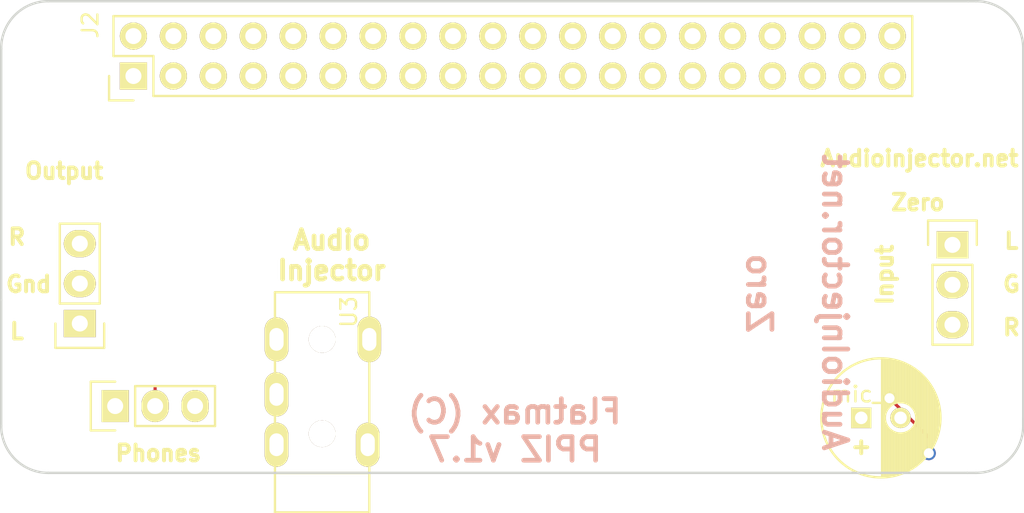
<source format=kicad_pcb>
(kicad_pcb (version 4) (host pcbnew 4.0.6+dfsg1-1)

  (general
    (links 16)
    (no_connects 16)
    (area 104.424999 94.8598 169.575001 128.338421)
    (thickness 1.6)
    (drawings 28)
    (tracks 7)
    (zones 0)
    (modules 10)
    (nets 18)
  )

  (page A3)
  (layers
    (0 F.Cu signal)
    (31 B.Cu signal)
    (32 B.Adhes user)
    (33 F.Adhes user)
    (34 B.Paste user)
    (35 F.Paste user)
    (36 B.SilkS user)
    (37 F.SilkS user)
    (38 B.Mask user)
    (39 F.Mask user)
    (40 Dwgs.User user)
    (41 Cmts.User user)
    (42 Eco1.User user)
    (43 Eco2.User user)
    (44 Edge.Cuts user)
    (45 Margin user)
    (46 B.CrtYd user)
    (47 F.CrtYd user)
    (48 B.Fab user)
    (49 F.Fab user)
  )

  (setup
    (last_trace_width 0.2)
    (trace_clearance 0.254)
    (zone_clearance 0.508)
    (zone_45_only no)
    (trace_min 0.15)
    (segment_width 0.2)
    (edge_width 0.15)
    (via_size 0.889)
    (via_drill 0.635)
    (via_min_size 0.889)
    (via_min_drill 0.508)
    (uvia_size 0.508)
    (uvia_drill 0.127)
    (uvias_allowed no)
    (uvia_min_size 0.508)
    (uvia_min_drill 0.127)
    (pcb_text_width 0.3)
    (pcb_text_size 1 1)
    (mod_edge_width 0.15)
    (mod_text_size 1 1)
    (mod_text_width 0.15)
    (pad_size 2.032 1.7272)
    (pad_drill 1.016)
    (pad_to_mask_clearance 0)
    (aux_axis_origin 117.8687 84.2645)
    (visible_elements FFFEFF7F)
    (pcbplotparams
      (layerselection 0x010ff_80000001)
      (usegerberextensions true)
      (gerberprecision 5)
      (excludeedgelayer false)
      (linewidth 0.150000)
      (plotframeref false)
      (viasonmask false)
      (mode 1)
      (useauxorigin false)
      (hpglpennumber 1)
      (hpglpenspeed 20)
      (hpglpendiameter 15)
      (hpglpenoverlay 2)
      (psnegative false)
      (psa4output false)
      (plotreference true)
      (plotvalue false)
      (plotinvisibletext false)
      (padsonsilk false)
      (subtractmaskfromsilk false)
      (outputformat 1)
      (mirror false)
      (drillshape 0)
      (scaleselection 1)
      (outputdirectory gerbers))
  )

  (net 0 "")
  (net 1 DVDD)
  (net 2 AGND)
  (net 3 DGND)
  (net 4 V5)
  (net 5 I2S_DAC)
  (net 6 I2S_ADC)
  (net 7 I2S_LR_CLK)
  (net 8 I2C_SCLK)
  (net 9 I2C_DIN)
  (net 10 I2S_CLK)
  (net 11 /Codec/MicTip)
  (net 12 /Codec/LIRCA)
  (net 13 /Codec/RIRCA)
  (net 14 /Codec/RRCA)
  (net 15 /Codec/LRCA)
  (net 16 /Codec/Tip)
  (net 17 /Codec/Ring)

  (net_class Default "This is the default net class."
    (clearance 0.254)
    (trace_width 0.2)
    (via_dia 0.889)
    (via_drill 0.635)
    (uvia_dia 0.508)
    (uvia_drill 0.127)
    (add_net /Codec/LIRCA)
    (add_net /Codec/LRCA)
    (add_net /Codec/MicTip)
    (add_net /Codec/RIRCA)
    (add_net /Codec/RRCA)
    (add_net /Codec/Ring)
    (add_net /Codec/Tip)
    (add_net DGND)
    (add_net DVDD)
    (add_net I2C_DIN)
    (add_net I2C_SCLK)
    (add_net I2S_ADC)
    (add_net I2S_CLK)
    (add_net I2S_DAC)
    (add_net I2S_LR_CLK)
  )

  (net_class chip ""
    (clearance 0.1)
    (trace_width 0.2)
    (via_dia 0.889)
    (via_drill 0.635)
    (uvia_dia 0.508)
    (uvia_drill 0.127)
  )

  (net_class power ""
    (clearance 0.254)
    (trace_width 0.5)
    (via_dia 0.889)
    (via_drill 0.635)
    (uvia_dia 0.508)
    (uvia_drill 0.127)
    (add_net V5)
  )

  (net_class small ""
    (clearance 0.15)
    (trace_width 0.2)
    (via_dia 0.889)
    (via_drill 0.635)
    (uvia_dia 0.508)
    (uvia_drill 0.127)
    (add_net AGND)
  )

  (module Pin_Headers:Pin_Header_Straight_1x03 locked (layer F.Cu) (tedit 5939BB1E) (tstamp 5939B3DB)
    (at 165 111)
    (descr "Through hole pin header")
    (tags "pin header")
    (path /57270CA0/5939C0F9)
    (fp_text reference L_G_R_IN_1 (at 0.1 2.58 90) (layer F.SilkS) hide
      (effects (font (size 1 1) (thickness 0.15)))
    )
    (fp_text value OUT (at 0 -3.1) (layer F.Fab)
      (effects (font (size 1 1) (thickness 0.15)))
    )
    (fp_line (start -1.75 -1.75) (end -1.75 6.85) (layer F.CrtYd) (width 0.05))
    (fp_line (start 1.75 -1.75) (end 1.75 6.85) (layer F.CrtYd) (width 0.05))
    (fp_line (start -1.75 -1.75) (end 1.75 -1.75) (layer F.CrtYd) (width 0.05))
    (fp_line (start -1.75 6.85) (end 1.75 6.85) (layer F.CrtYd) (width 0.05))
    (fp_line (start -1.27 1.27) (end -1.27 6.35) (layer F.SilkS) (width 0.15))
    (fp_line (start -1.27 6.35) (end 1.27 6.35) (layer F.SilkS) (width 0.15))
    (fp_line (start 1.27 6.35) (end 1.27 1.27) (layer F.SilkS) (width 0.15))
    (fp_line (start 1.55 -1.55) (end 1.55 0) (layer F.SilkS) (width 0.15))
    (fp_line (start 1.27 1.27) (end -1.27 1.27) (layer F.SilkS) (width 0.15))
    (fp_line (start -1.55 0) (end -1.55 -1.55) (layer F.SilkS) (width 0.15))
    (fp_line (start -1.55 -1.55) (end 1.55 -1.55) (layer F.SilkS) (width 0.15))
    (pad 1 thru_hole rect (at 0 0) (size 2.032 1.7272) (drill 1.016) (layers *.Cu *.Mask F.SilkS)
      (net 12 /Codec/LIRCA))
    (pad 2 thru_hole oval (at 0 2.54) (size 2.032 1.7272) (drill 1.016) (layers *.Cu *.Mask F.SilkS)
      (net 2 AGND))
    (pad 3 thru_hole oval (at 0 5.08) (size 2.032 1.7272) (drill 1.016) (layers *.Cu *.Mask F.SilkS)
      (net 13 /Codec/RIRCA))
    (model Pin_Headers.3dshapes/Pin_Header_Straight_1x03.wrl
      (at (xyz 0 -0.1 0))
      (scale (xyz 1 1 1))
      (rotate (xyz 0 0 90))
    )
  )

  (module Pin_Headers:Pin_Header_Straight_2x20 locked (layer F.Cu) (tedit 58D22171) (tstamp 57345603)
    (at 112.91188 100.25942 90)
    (descr "Through hole pin header")
    (tags "pin header")
    (path /57281DAD)
    (fp_text reference J2 (at 3.25 -2.75 90) (layer F.SilkS)
      (effects (font (size 1 1) (thickness 0.15)))
    )
    (fp_text value PC104 (at 0 -3.1 90) (layer F.Fab)
      (effects (font (size 1 1) (thickness 0.15)))
    )
    (fp_line (start -1.75 -1.75) (end -1.75 50.05) (layer F.CrtYd) (width 0.05))
    (fp_line (start 4.3 -1.75) (end 4.3 50.05) (layer F.CrtYd) (width 0.05))
    (fp_line (start -1.75 -1.75) (end 4.3 -1.75) (layer F.CrtYd) (width 0.05))
    (fp_line (start -1.75 50.05) (end 4.3 50.05) (layer F.CrtYd) (width 0.05))
    (fp_line (start 3.81 49.53) (end 3.81 -1.27) (layer F.SilkS) (width 0.15))
    (fp_line (start -1.27 1.27) (end -1.27 49.53) (layer F.SilkS) (width 0.15))
    (fp_line (start 3.81 49.53) (end -1.27 49.53) (layer F.SilkS) (width 0.15))
    (fp_line (start 3.81 -1.27) (end 1.27 -1.27) (layer F.SilkS) (width 0.15))
    (fp_line (start 0 -1.55) (end -1.55 -1.55) (layer F.SilkS) (width 0.15))
    (fp_line (start 1.27 -1.27) (end 1.27 1.27) (layer F.SilkS) (width 0.15))
    (fp_line (start 1.27 1.27) (end -1.27 1.27) (layer F.SilkS) (width 0.15))
    (fp_line (start -1.55 -1.55) (end -1.55 0) (layer F.SilkS) (width 0.15))
    (pad 1 thru_hole rect (at 0 0 90) (size 1.7272 1.7272) (drill 1.016) (layers *.Cu *.Mask F.SilkS))
    (pad 2 thru_hole oval (at 2.54 0 90) (size 1.7272 1.7272) (drill 1.016) (layers *.Cu *.Mask F.SilkS)
      (net 4 V5))
    (pad 3 thru_hole oval (at 0 2.54 90) (size 1.7272 1.7272) (drill 1.016) (layers *.Cu *.Mask F.SilkS)
      (net 9 I2C_DIN))
    (pad 4 thru_hole oval (at 2.54 2.54 90) (size 1.7272 1.7272) (drill 1.016) (layers *.Cu *.Mask F.SilkS)
      (net 4 V5))
    (pad 5 thru_hole oval (at 0 5.08 90) (size 1.7272 1.7272) (drill 1.016) (layers *.Cu *.Mask F.SilkS)
      (net 8 I2C_SCLK))
    (pad 6 thru_hole oval (at 2.54 5.08 90) (size 1.7272 1.7272) (drill 1.016) (layers *.Cu *.Mask F.SilkS)
      (net 3 DGND))
    (pad 7 thru_hole oval (at 0 7.62 90) (size 1.7272 1.7272) (drill 1.016) (layers *.Cu *.Mask F.SilkS))
    (pad 8 thru_hole oval (at 2.54 7.62 90) (size 1.7272 1.7272) (drill 1.016) (layers *.Cu *.Mask F.SilkS))
    (pad 9 thru_hole oval (at 0 10.16 90) (size 1.7272 1.7272) (drill 1.016) (layers *.Cu *.Mask F.SilkS)
      (net 3 DGND))
    (pad 10 thru_hole oval (at 2.54 10.16 90) (size 1.7272 1.7272) (drill 1.016) (layers *.Cu *.Mask F.SilkS))
    (pad 11 thru_hole oval (at 0 12.7 90) (size 1.7272 1.7272) (drill 1.016) (layers *.Cu *.Mask F.SilkS))
    (pad 12 thru_hole oval (at 2.54 12.7 90) (size 1.7272 1.7272) (drill 1.016) (layers *.Cu *.Mask F.SilkS)
      (net 10 I2S_CLK))
    (pad 13 thru_hole oval (at 0 15.24 90) (size 1.7272 1.7272) (drill 1.016) (layers *.Cu *.Mask F.SilkS))
    (pad 14 thru_hole oval (at 2.54 15.24 90) (size 1.7272 1.7272) (drill 1.016) (layers *.Cu *.Mask F.SilkS)
      (net 3 DGND))
    (pad 15 thru_hole oval (at 0 17.78 90) (size 1.7272 1.7272) (drill 1.016) (layers *.Cu *.Mask F.SilkS))
    (pad 16 thru_hole oval (at 2.54 17.78 90) (size 1.7272 1.7272) (drill 1.016) (layers *.Cu *.Mask F.SilkS))
    (pad 17 thru_hole oval (at 0 20.32 90) (size 1.7272 1.7272) (drill 1.016) (layers *.Cu *.Mask F.SilkS)
      (net 1 DVDD))
    (pad 18 thru_hole oval (at 2.54 20.32 90) (size 1.7272 1.7272) (drill 1.016) (layers *.Cu *.Mask F.SilkS))
    (pad 19 thru_hole oval (at 0 22.86 90) (size 1.7272 1.7272) (drill 1.016) (layers *.Cu *.Mask F.SilkS))
    (pad 20 thru_hole oval (at 2.54 22.86 90) (size 1.7272 1.7272) (drill 1.016) (layers *.Cu *.Mask F.SilkS)
      (net 3 DGND))
    (pad 21 thru_hole oval (at 0 25.4 90) (size 1.7272 1.7272) (drill 1.016) (layers *.Cu *.Mask F.SilkS))
    (pad 22 thru_hole oval (at 2.54 25.4 90) (size 1.7272 1.7272) (drill 1.016) (layers *.Cu *.Mask F.SilkS))
    (pad 23 thru_hole oval (at 0 27.94 90) (size 1.7272 1.7272) (drill 1.016) (layers *.Cu *.Mask F.SilkS))
    (pad 24 thru_hole oval (at 2.54 27.94 90) (size 1.7272 1.7272) (drill 1.016) (layers *.Cu *.Mask F.SilkS))
    (pad 25 thru_hole oval (at 0 30.48 90) (size 1.7272 1.7272) (drill 1.016) (layers *.Cu *.Mask F.SilkS)
      (net 3 DGND))
    (pad 26 thru_hole oval (at 2.54 30.48 90) (size 1.7272 1.7272) (drill 1.016) (layers *.Cu *.Mask F.SilkS))
    (pad 27 thru_hole oval (at 0 33.02 90) (size 1.7272 1.7272) (drill 1.016) (layers *.Cu *.Mask F.SilkS))
    (pad 28 thru_hole oval (at 2.54 33.02 90) (size 1.7272 1.7272) (drill 1.016) (layers *.Cu *.Mask F.SilkS))
    (pad 29 thru_hole oval (at 0 35.56 90) (size 1.7272 1.7272) (drill 1.016) (layers *.Cu *.Mask F.SilkS))
    (pad 30 thru_hole oval (at 2.54 35.56 90) (size 1.7272 1.7272) (drill 1.016) (layers *.Cu *.Mask F.SilkS)
      (net 3 DGND))
    (pad 31 thru_hole oval (at 0 38.1 90) (size 1.7272 1.7272) (drill 1.016) (layers *.Cu *.Mask F.SilkS))
    (pad 32 thru_hole oval (at 2.54 38.1 90) (size 1.7272 1.7272) (drill 1.016) (layers *.Cu *.Mask F.SilkS))
    (pad 33 thru_hole oval (at 0 40.64 90) (size 1.7272 1.7272) (drill 1.016) (layers *.Cu *.Mask F.SilkS))
    (pad 34 thru_hole oval (at 2.54 40.64 90) (size 1.7272 1.7272) (drill 1.016) (layers *.Cu *.Mask F.SilkS)
      (net 3 DGND))
    (pad 35 thru_hole oval (at 0 43.18 90) (size 1.7272 1.7272) (drill 1.016) (layers *.Cu *.Mask F.SilkS)
      (net 7 I2S_LR_CLK))
    (pad 36 thru_hole oval (at 2.54 43.18 90) (size 1.7272 1.7272) (drill 1.016) (layers *.Cu *.Mask F.SilkS))
    (pad 37 thru_hole oval (at 0 45.72 90) (size 1.7272 1.7272) (drill 1.016) (layers *.Cu *.Mask F.SilkS))
    (pad 38 thru_hole oval (at 2.54 45.72 90) (size 1.7272 1.7272) (drill 1.016) (layers *.Cu *.Mask F.SilkS)
      (net 6 I2S_ADC))
    (pad 39 thru_hole oval (at 0 48.26 90) (size 1.7272 1.7272) (drill 1.016) (layers *.Cu *.Mask F.SilkS)
      (net 3 DGND))
    (pad 40 thru_hole oval (at 2.54 48.26 90) (size 1.7272 1.7272) (drill 1.016) (layers *.Cu *.Mask F.SilkS)
      (net 5 I2S_DAC))
    (model Pin_Headers.3dshapes/Pin_Header_Straight_2x20.wrl
      (at (xyz 0.05 -0.95 0))
      (scale (xyz 1 1 1))
      (rotate (xyz 0 0 90))
    )
  )

  (module pj313:pj313 locked (layer F.Cu) (tedit 58E4C8BA) (tstamp 574C1968)
    (at 124.91188 125.50942 90)
    (path /57270CA0/574C1450)
    (fp_text reference U3 (at 10.25 1.7 90) (layer F.SilkS)
      (effects (font (size 1 1) (thickness 0.15)))
    )
    (fp_text value pj313 (at 5.85 -0.15 90) (layer F.Fab)
      (effects (font (size 1 1) (thickness 0.15)))
    )
    (fp_line (start 0 -3) (end -2.5 -3) (layer F.SilkS) (width 0.15))
    (fp_line (start -2.5 -3) (end -2.5 3) (layer F.SilkS) (width 0.15))
    (fp_line (start -2.5 3) (end 0 3) (layer F.SilkS) (width 0.15))
    (fp_line (start 0 -3) (end 11.5 -3) (layer F.SilkS) (width 0.15))
    (fp_line (start 11.5 -3) (end 11.5 3) (layer F.SilkS) (width 0.15))
    (fp_line (start 11.5 3) (end 0 3) (layer F.SilkS) (width 0.15))
    (fp_line (start 0 3) (end 0 -3) (layer F.SilkS) (width 0.15))
    (pad 1 thru_hole oval (at 1.8 2.9 90) (size 2.8 1.5) (drill oval 1.45 0.9) (layers *.Cu *.Mask F.SilkS)
      (net 2 AGND))
    (pad 1 thru_hole oval (at 1.8 -2.9 90) (size 2.8 1.5) (drill oval 1.45 0.9) (layers *.Cu *.Mask F.SilkS)
      (net 2 AGND))
    (pad 2 thru_hole oval (at 5 -2.9 90) (size 2.8 1.5) (drill oval 1.45 0.9) (layers *.Cu *.Mask F.SilkS)
      (net 17 /Codec/Ring))
    (pad 3 thru_hole oval (at 8.5 -2.9 90) (size 2.8 1.5) (drill oval 1.45 0.9) (layers *.Cu *.Mask F.SilkS)
      (net 16 /Codec/Tip))
    (pad 3 thru_hole oval (at 8.5 3 90) (size 2.9 1.5) (drill oval 1.45 0.9) (layers *.Cu *.Mask F.SilkS)
      (net 16 /Codec/Tip))
    (pad 4 thru_hole circle (at 2.5 0 90) (size 1.7 1.7) (drill 1.7) (layers *.Cu *.Mask F.SilkS))
    (pad 5 thru_hole circle (at 8.5 0 90) (size 1.7 1.7) (drill 1.7) (layers *.Cu *.Mask F.SilkS))
  )

  (module 1pin locked (layer F.Cu) (tedit 5644D4E6) (tstamp 563ABCB6)
    (at 166 122)
    (descr "module 1 pin (ou trou mecanique de percage)")
    (tags DEV)
    (path 1pin)
    (fp_text reference 1PIN (at 0 -3.048) (layer F.SilkS) hide
      (effects (font (size 1.016 1.016) (thickness 0.254)))
    )
    (fp_text value P*** (at 0 2.794) (layer F.SilkS) hide
      (effects (font (size 1.016 1.016) (thickness 0.254)))
    )
    (pad "" np_thru_hole circle (at 0 0) (size 2.75 2.75) (drill 2.75) (layers *.Cu))
  )

  (module 1pin locked (layer F.Cu) (tedit 5644D50C) (tstamp 563AB3A9)
    (at 108 122)
    (descr "module 1 pin (ou trou mecanique de percage)")
    (tags DEV)
    (path 1pin)
    (fp_text reference 1PIN (at 0 -3.048) (layer F.SilkS) hide
      (effects (font (size 1.016 1.016) (thickness 0.254)))
    )
    (fp_text value P*** (at 0 2.794) (layer F.SilkS) hide
      (effects (font (size 1.016 1.016) (thickness 0.254)))
    )
    (pad "" np_thru_hole circle (at 0 0) (size 2.75 2.75) (drill 2.75) (layers *.Cu))
  )

  (module 1pin locked (layer F.Cu) (tedit 5644D4F1) (tstamp 563AB381)
    (at 166 99)
    (descr "module 1 pin (ou trou mecanique de percage)")
    (tags DEV)
    (path 1pin)
    (fp_text reference 1PIN (at 0 -3.048) (layer F.SilkS) hide
      (effects (font (size 1.016 1.016) (thickness 0.254)))
    )
    (fp_text value P*** (at 0 2.794) (layer F.SilkS) hide
      (effects (font (size 1.016 1.016) (thickness 0.254)))
    )
    (pad "" np_thru_hole circle (at 0 0) (size 2.75 2.75) (drill 2.75) (layers *.Cu))
  )

  (module 1pin locked (layer F.Cu) (tedit 5644D590) (tstamp 563AB348)
    (at 108 99)
    (descr "module 1 pin (ou trou mecanique de percage)")
    (tags DEV)
    (path 1pin)
    (fp_text reference 1PIN (at 0 -3.048) (layer F.SilkS) hide
      (effects (font (size 1.016 1.016) (thickness 0.254)))
    )
    (fp_text value P*** (at 0 2.794) (layer F.SilkS) hide
      (effects (font (size 1.016 1.016) (thickness 0.254)))
    )
    (pad "" np_thru_hole circle (at 0 0) (size 2.75 2.75) (drill 2.75) (layers *.Cu))
  )

  (module Capacitors_ThroughHole:C_Radial_D7.5_L11.2_P2.5 locked (layer F.Cu) (tedit 58DFA899) (tstamp 58DFAC7A)
    (at 159.2 122)
    (descr "Radial Electrolytic Capacitor Diameter 7.5mm x Length 11.2mm, Pitch 2.5mm")
    (tags "Electrolytic Capacitor")
    (path /57270CA0/57591314)
    (fp_text reference mic_1 (at 0.25 -1.5) (layer F.SilkS)
      (effects (font (size 1 1) (thickness 0.15)))
    )
    (fp_text value Mic (at 1.25 5.1) (layer F.Fab)
      (effects (font (size 1 1) (thickness 0.15)))
    )
    (fp_line (start 1.325 -3.749) (end 1.325 3.749) (layer F.SilkS) (width 0.15))
    (fp_line (start 1.465 -3.744) (end 1.465 3.744) (layer F.SilkS) (width 0.15))
    (fp_line (start 1.605 -3.733) (end 1.605 -0.446) (layer F.SilkS) (width 0.15))
    (fp_line (start 1.605 0.446) (end 1.605 3.733) (layer F.SilkS) (width 0.15))
    (fp_line (start 1.745 -3.717) (end 1.745 -0.656) (layer F.SilkS) (width 0.15))
    (fp_line (start 1.745 0.656) (end 1.745 3.717) (layer F.SilkS) (width 0.15))
    (fp_line (start 1.885 -3.696) (end 1.885 -0.789) (layer F.SilkS) (width 0.15))
    (fp_line (start 1.885 0.789) (end 1.885 3.696) (layer F.SilkS) (width 0.15))
    (fp_line (start 2.025 -3.669) (end 2.025 -0.88) (layer F.SilkS) (width 0.15))
    (fp_line (start 2.025 0.88) (end 2.025 3.669) (layer F.SilkS) (width 0.15))
    (fp_line (start 2.165 -3.637) (end 2.165 -0.942) (layer F.SilkS) (width 0.15))
    (fp_line (start 2.165 0.942) (end 2.165 3.637) (layer F.SilkS) (width 0.15))
    (fp_line (start 2.305 -3.599) (end 2.305 -0.981) (layer F.SilkS) (width 0.15))
    (fp_line (start 2.305 0.981) (end 2.305 3.599) (layer F.SilkS) (width 0.15))
    (fp_line (start 2.445 -3.555) (end 2.445 -0.998) (layer F.SilkS) (width 0.15))
    (fp_line (start 2.445 0.998) (end 2.445 3.555) (layer F.SilkS) (width 0.15))
    (fp_line (start 2.585 -3.504) (end 2.585 -0.996) (layer F.SilkS) (width 0.15))
    (fp_line (start 2.585 0.996) (end 2.585 3.504) (layer F.SilkS) (width 0.15))
    (fp_line (start 2.725 -3.448) (end 2.725 -0.974) (layer F.SilkS) (width 0.15))
    (fp_line (start 2.725 0.974) (end 2.725 3.448) (layer F.SilkS) (width 0.15))
    (fp_line (start 2.865 -3.384) (end 2.865 -0.931) (layer F.SilkS) (width 0.15))
    (fp_line (start 2.865 0.931) (end 2.865 3.384) (layer F.SilkS) (width 0.15))
    (fp_line (start 3.005 -3.314) (end 3.005 -0.863) (layer F.SilkS) (width 0.15))
    (fp_line (start 3.005 0.863) (end 3.005 3.314) (layer F.SilkS) (width 0.15))
    (fp_line (start 3.145 -3.236) (end 3.145 -0.764) (layer F.SilkS) (width 0.15))
    (fp_line (start 3.145 0.764) (end 3.145 3.236) (layer F.SilkS) (width 0.15))
    (fp_line (start 3.285 -3.15) (end 3.285 -0.619) (layer F.SilkS) (width 0.15))
    (fp_line (start 3.285 0.619) (end 3.285 3.15) (layer F.SilkS) (width 0.15))
    (fp_line (start 3.425 -3.055) (end 3.425 -0.38) (layer F.SilkS) (width 0.15))
    (fp_line (start 3.425 0.38) (end 3.425 3.055) (layer F.SilkS) (width 0.15))
    (fp_line (start 3.565 -2.95) (end 3.565 2.95) (layer F.SilkS) (width 0.15))
    (fp_line (start 3.705 -2.835) (end 3.705 2.835) (layer F.SilkS) (width 0.15))
    (fp_line (start 3.845 -2.707) (end 3.845 2.707) (layer F.SilkS) (width 0.15))
    (fp_line (start 3.985 -2.566) (end 3.985 2.566) (layer F.SilkS) (width 0.15))
    (fp_line (start 4.125 -2.408) (end 4.125 2.408) (layer F.SilkS) (width 0.15))
    (fp_line (start 4.265 -2.23) (end 4.265 2.23) (layer F.SilkS) (width 0.15))
    (fp_line (start 4.405 -2.027) (end 4.405 2.027) (layer F.SilkS) (width 0.15))
    (fp_line (start 4.545 -1.79) (end 4.545 1.79) (layer F.SilkS) (width 0.15))
    (fp_line (start 4.685 -1.504) (end 4.685 1.504) (layer F.SilkS) (width 0.15))
    (fp_line (start 4.825 -1.132) (end 4.825 1.132) (layer F.SilkS) (width 0.15))
    (fp_line (start 4.965 -0.511) (end 4.965 0.511) (layer F.SilkS) (width 0.15))
    (fp_circle (center 2.5 0) (end 2.5 -1) (layer F.SilkS) (width 0.15))
    (fp_circle (center 1.25 0) (end 1.25 -3.7875) (layer F.SilkS) (width 0.15))
    (fp_circle (center 1.25 0) (end 1.25 -4.1) (layer F.CrtYd) (width 0.05))
    (pad 2 thru_hole circle (at 2.5 0) (size 1.3 1.3) (drill 0.8) (layers *.Cu *.Mask F.SilkS)
      (net 2 AGND))
    (pad 1 thru_hole rect (at 0 0) (size 1.3 1.3) (drill 0.8) (layers *.Cu *.Mask F.SilkS)
      (net 11 /Codec/MicTip))
    (model Capacitors_ThroughHole.3dshapes/C_Radial_D7.5_L11.2_P2.5.wrl
      (at (xyz 0 0 0))
      (scale (xyz 1 1 1))
      (rotate (xyz 0 0 0))
    )
  )

  (module Pin_Headers:Pin_Header_Straight_1x03 locked (layer F.Cu) (tedit 5939BAC8) (tstamp 5939B3E9)
    (at 109.5 116 180)
    (descr "Through hole pin header")
    (tags "pin header")
    (path /57270CA0/5939BA05)
    (fp_text reference L_G_R_OUT_1 (at -2.5 3.075 270) (layer F.SilkS) hide
      (effects (font (size 1 1) (thickness 0.15)))
    )
    (fp_text value OUT (at 0 -3.1 180) (layer F.Fab)
      (effects (font (size 1 1) (thickness 0.15)))
    )
    (fp_line (start -1.75 -1.75) (end -1.75 6.85) (layer F.CrtYd) (width 0.05))
    (fp_line (start 1.75 -1.75) (end 1.75 6.85) (layer F.CrtYd) (width 0.05))
    (fp_line (start -1.75 -1.75) (end 1.75 -1.75) (layer F.CrtYd) (width 0.05))
    (fp_line (start -1.75 6.85) (end 1.75 6.85) (layer F.CrtYd) (width 0.05))
    (fp_line (start -1.27 1.27) (end -1.27 6.35) (layer F.SilkS) (width 0.15))
    (fp_line (start -1.27 6.35) (end 1.27 6.35) (layer F.SilkS) (width 0.15))
    (fp_line (start 1.27 6.35) (end 1.27 1.27) (layer F.SilkS) (width 0.15))
    (fp_line (start 1.55 -1.55) (end 1.55 0) (layer F.SilkS) (width 0.15))
    (fp_line (start 1.27 1.27) (end -1.27 1.27) (layer F.SilkS) (width 0.15))
    (fp_line (start -1.55 0) (end -1.55 -1.55) (layer F.SilkS) (width 0.15))
    (fp_line (start -1.55 -1.55) (end 1.55 -1.55) (layer F.SilkS) (width 0.15))
    (pad 1 thru_hole rect (at 0 0 180) (size 2.032 1.7272) (drill 1.016) (layers *.Cu *.Mask F.SilkS)
      (net 15 /Codec/LRCA))
    (pad 2 thru_hole oval (at 0 2.54 180) (size 2.032 1.7272) (drill 1.016) (layers *.Cu *.Mask F.SilkS)
      (net 2 AGND))
    (pad 3 thru_hole oval (at 0 5.08 180) (size 2.032 1.7272) (drill 1.016) (layers *.Cu *.Mask F.SilkS)
      (net 14 /Codec/RRCA))
    (model Pin_Headers.3dshapes/Pin_Header_Straight_1x03.wrl
      (at (xyz 0 -0.1 0))
      (scale (xyz 1 1 1))
      (rotate (xyz 0 0 90))
    )
  )

  (module Pin_Headers:Pin_Header_Straight_1x03 locked (layer F.Cu) (tedit 59470D60) (tstamp 5947749B)
    (at 111.75 121.25 90)
    (descr "Through hole pin header")
    (tags "pin header")
    (path /57270CA0/594712B8)
    (fp_text reference HP_1 (at 0 -5.1 90) (layer F.SilkS) hide
      (effects (font (size 1 1) (thickness 0.15)))
    )
    (fp_text value OUT (at 0 -3.1 90) (layer F.Fab)
      (effects (font (size 1 1) (thickness 0.15)))
    )
    (fp_line (start -1.75 -1.75) (end -1.75 6.85) (layer F.CrtYd) (width 0.05))
    (fp_line (start 1.75 -1.75) (end 1.75 6.85) (layer F.CrtYd) (width 0.05))
    (fp_line (start -1.75 -1.75) (end 1.75 -1.75) (layer F.CrtYd) (width 0.05))
    (fp_line (start -1.75 6.85) (end 1.75 6.85) (layer F.CrtYd) (width 0.05))
    (fp_line (start -1.27 1.27) (end -1.27 6.35) (layer F.SilkS) (width 0.15))
    (fp_line (start -1.27 6.35) (end 1.27 6.35) (layer F.SilkS) (width 0.15))
    (fp_line (start 1.27 6.35) (end 1.27 1.27) (layer F.SilkS) (width 0.15))
    (fp_line (start 1.55 -1.55) (end 1.55 0) (layer F.SilkS) (width 0.15))
    (fp_line (start 1.27 1.27) (end -1.27 1.27) (layer F.SilkS) (width 0.15))
    (fp_line (start -1.55 0) (end -1.55 -1.55) (layer F.SilkS) (width 0.15))
    (fp_line (start -1.55 -1.55) (end 1.55 -1.55) (layer F.SilkS) (width 0.15))
    (pad 1 thru_hole rect (at 0 0 90) (size 2.032 1.7272) (drill 1.016) (layers *.Cu *.Mask F.SilkS)
      (net 16 /Codec/Tip))
    (pad 2 thru_hole oval (at 0 2.54 90) (size 2.032 1.7272) (drill 1.016) (layers *.Cu *.Mask F.SilkS)
      (net 2 AGND))
    (pad 3 thru_hole oval (at 0 5.08 90) (size 2.032 1.7272) (drill 1.016) (layers *.Cu *.Mask F.SilkS)
      (net 17 /Codec/Ring))
    (model Pin_Headers.3dshapes/Pin_Header_Straight_1x03.wrl
      (at (xyz 0 -0.1 0))
      (scale (xyz 1 1 1))
      (rotate (xyz 0 0 90))
    )
  )

  (gr_text "Flatmax (C)\nPPIZ v1.7" (at 137.16188 122.80942) (layer B.SilkS)
    (effects (font (size 1.5 1.5) (thickness 0.3)) (justify mirror))
  )
  (gr_text + (at 159.2 123.8) (layer F.SilkS)
    (effects (font (size 1 1) (thickness 0.25)))
  )
  (gr_text Zero (at 162.8 108.3) (layer F.SilkS)
    (effects (font (size 1 1) (thickness 0.25)))
  )
  (gr_text Audioinjector.net (at 162.9 105.5) (layer F.SilkS)
    (effects (font (size 1 1) (thickness 0.25)))
  )
  (gr_text Phones (at 114.5 124.25) (layer F.SilkS)
    (effects (font (size 1 1) (thickness 0.25)))
  )
  (gr_text Input (at 160.7 112.9 90) (layer F.SilkS)
    (effects (font (size 1 1) (thickness 0.25)))
  )
  (gr_text Gnd (at 106.25 113.5) (layer F.SilkS)
    (effects (font (size 1 1) (thickness 0.25)))
  )
  (gr_text L (at 105.5 116.5) (layer F.SilkS)
    (effects (font (size 1 1) (thickness 0.25)))
  )
  (gr_text Output (at 108.5 106.3) (layer F.SilkS)
    (effects (font (size 1 1) (thickness 0.25)))
  )
  (gr_text R (at 105.5 110.5) (layer F.SilkS)
    (effects (font (size 1 1) (thickness 0.25)))
  )
  (gr_text L (at 168.75 110.75) (layer F.SilkS)
    (effects (font (size 1 1) (thickness 0.25)))
  )
  (gr_text G (at 168.75 113.5) (layer F.SilkS)
    (effects (font (size 1 1) (thickness 0.25)))
  )
  (gr_text R (at 168.75 116.25) (layer F.SilkS)
    (effects (font (size 1 1) (thickness 0.25)))
  )
  (gr_text "AudioInjector.net\n\n Zero\n" (at 155.11188 114.65942 270) (layer B.SilkS)
    (effects (font (size 1.5 1.5) (thickness 0.3)) (justify mirror))
  )
  (gr_text "Audio\nInjector" (at 125.51188 111.65942) (layer F.SilkS)
    (effects (font (size 1.2 1.2) (thickness 0.3)))
  )
  (gr_line (start 169.5 122.05) (end 169.5 122.5) (angle 90) (layer Edge.Cuts) (width 0.15))
  (gr_line (start 166.5 125.5) (end 165.95 125.5) (angle 90) (layer Edge.Cuts) (width 0.15))
  (gr_line (start 169.5 122.05) (end 169.5 122.5) (angle 90) (layer Edge.Cuts) (width 0.15))
  (gr_line (start 169.5 98.5) (end 169.5 122.05) (angle 90) (layer Edge.Cuts) (width 0.15))
  (gr_line (start 107.5 125.5) (end 165.95 125.5) (angle 90) (layer Edge.Cuts) (width 0.15))
  (gr_line (start 104.5 114.5) (end 104.5 122.5) (angle 90) (layer Edge.Cuts) (width 0.15))
  (gr_line (start 107.5 95.5) (end 166 95.5) (angle 90) (layer Edge.Cuts) (width 0.15))
  (gr_line (start 104.5 114.5) (end 104.5 98.5) (angle 90) (layer Edge.Cuts) (width 0.15))
  (gr_arc (start 107.5 122.5) (end 107.5 125.5) (angle 90) (layer Edge.Cuts) (width 0.15))
  (gr_arc (start 166.5 122.5) (end 169.5 122.5) (angle 90) (layer Edge.Cuts) (width 0.15))
  (gr_line (start 166.5 95.5) (end 166 95.5) (angle 90) (layer Edge.Cuts) (width 0.15))
  (gr_arc (start 166.5 98.5) (end 166.5 95.5) (angle 90) (layer Edge.Cuts) (width 0.15))
  (gr_arc (start 107.5 98.5) (end 104.5 98.5) (angle 90) (layer Edge.Cuts) (width 0.15))

  (segment (start 161 120.75) (end 163.5 123.25) (width 0.2) (layer F.Cu) (net 0))
  (via (at 161 120.75) (size 0.889) (drill 0.635) (layers F.Cu B.Cu) (net 0))
  (segment (start 163.5 123.25) (end 163.5 124.25) (width 0.2) (layer F.Cu) (net 0))
  (via (at 163.5 124.25) (size 0.889) (drill 0.635) (layers F.Cu B.Cu) (net 0))
  (segment (start 114.29 121.25) (end 114.29 120.034) (width 0.2) (layer F.Cu) (net 2))
  (segment (start 114.29 121.4024) (end 114.29 121.25) (width 0.2) (layer F.Cu) (net 2))
  (segment (start 111.75 121.25) (end 111.75 121.0976) (width 0.2) (layer F.Cu) (net 16))

)

</source>
